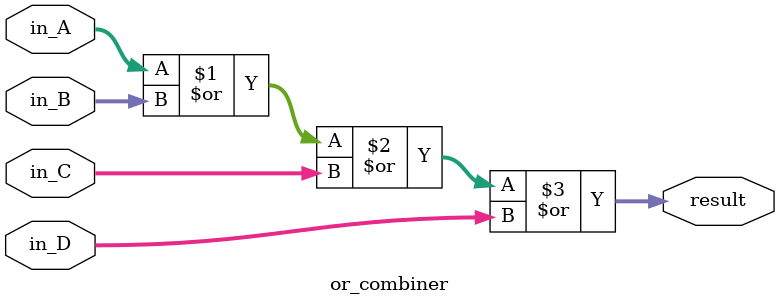
<source format=sv>
module nand4_4 (
    input wire [3:0] A,
    input wire [3:0] B, 
    input wire [3:0] C,
    input wire [3:0] D,
    output wire [3:0] Y
);
    // 内部连线
    wire [3:0] inverted_A;
    wire [3:0] inverted_B;
    wire [3:0] inverted_C;
    wire [3:0] inverted_D;
    
    // 实例化各子模块
    input_inverter inv_A_inst (
        .data_in(A),
        .data_out(inverted_A)
    );
    
    input_inverter inv_B_inst (
        .data_in(B),
        .data_out(inverted_B)
    );
    
    input_inverter inv_C_inst (
        .data_in(C),
        .data_out(inverted_C)
    );
    
    input_inverter inv_D_inst (
        .data_in(D),
        .data_out(inverted_D)
    );
    
    or_combiner or_comb_inst (
        .in_A(inverted_A),
        .in_B(inverted_B),
        .in_C(inverted_C),
        .in_D(inverted_D),
        .result(Y)
    );
endmodule

// 信号求反子模块
module input_inverter (
    input wire [3:0] data_in,
    output wire [3:0] data_out
);
    // 对输入信号求反
    assign data_out = ~data_in;
endmodule

// OR组合逻辑子模块
module or_combiner (
    input wire [3:0] in_A,
    input wire [3:0] in_B,
    input wire [3:0] in_C,
    input wire [3:0] in_D,
    output wire [3:0] result
);
    // 实现OR逻辑
    assign result = in_A | in_B | in_C | in_D;
endmodule
</source>
